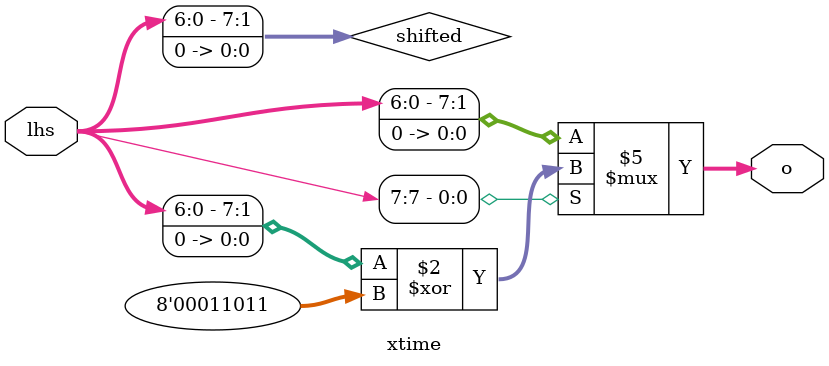
<source format=v>
`default_nettype none
`timescale 1ns/1ps
`include "CipherNoOpaques_defs.vh"

module xtime(
  lhs,
  o
);
  `include "dfhdl_defs.vh"
  `include "CipherNoOpaques_defs.vh"
  input  wire [7:0] lhs;
  output reg [7:0]  o;
  wire [7:0] shifted;
  always @(shifted or lhs)
  begin
    if (lhs[7]) o = shifted ^ 8'h1b;
    else o = shifted;
  end
  assign shifted = lhs << 1;
endmodule

</source>
